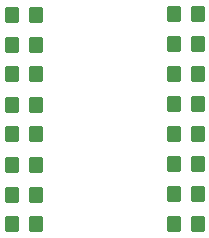
<source format=gbr>
%TF.GenerationSoftware,KiCad,Pcbnew,7.0.11*%
%TF.CreationDate,2024-05-08T00:17:06+03:00*%
%TF.ProjectId,rndip16,726e6469-7031-4362-9e6b-696361645f70,rev?*%
%TF.SameCoordinates,Original*%
%TF.FileFunction,Paste,Top*%
%TF.FilePolarity,Positive*%
%FSLAX46Y46*%
G04 Gerber Fmt 4.6, Leading zero omitted, Abs format (unit mm)*
G04 Created by KiCad (PCBNEW 7.0.11) date 2024-05-08 00:17:06*
%MOMM*%
%LPD*%
G01*
G04 APERTURE LIST*
G04 Aperture macros list*
%AMRoundRect*
0 Rectangle with rounded corners*
0 $1 Rounding radius*
0 $2 $3 $4 $5 $6 $7 $8 $9 X,Y pos of 4 corners*
0 Add a 4 corners polygon primitive as box body*
4,1,4,$2,$3,$4,$5,$6,$7,$8,$9,$2,$3,0*
0 Add four circle primitives for the rounded corners*
1,1,$1+$1,$2,$3*
1,1,$1+$1,$4,$5*
1,1,$1+$1,$6,$7*
1,1,$1+$1,$8,$9*
0 Add four rect primitives between the rounded corners*
20,1,$1+$1,$2,$3,$4,$5,0*
20,1,$1+$1,$4,$5,$6,$7,0*
20,1,$1+$1,$6,$7,$8,$9,0*
20,1,$1+$1,$8,$9,$2,$3,0*%
G04 Aperture macros list end*
%ADD10RoundRect,0.250000X-0.350000X-0.450000X0.350000X-0.450000X0.350000X0.450000X-0.350000X0.450000X0*%
G04 APERTURE END LIST*
D10*
%TO.C,R8*%
X58300000Y-65300000D03*
X60300000Y-65300000D03*
%TD*%
%TO.C,R18*%
X72005000Y-52585714D03*
X74005000Y-52585714D03*
%TD*%
%TO.C,R21*%
X72005000Y-60214285D03*
X74005000Y-60214285D03*
%TD*%
%TO.C,R3*%
X58300000Y-52600000D03*
X60300000Y-52600000D03*
%TD*%
%TO.C,R7*%
X58300000Y-62800000D03*
X60300000Y-62800000D03*
%TD*%
%TO.C,R23*%
X72005000Y-65300000D03*
X74005000Y-65300000D03*
%TD*%
%TO.C,R20*%
X72005000Y-57671428D03*
X74005000Y-57671428D03*
%TD*%
%TO.C,R16*%
X72005000Y-47500000D03*
X74005000Y-47500000D03*
%TD*%
%TO.C,R17*%
X72005000Y-50042857D03*
X74005000Y-50042857D03*
%TD*%
%TO.C,R4*%
X58300000Y-55200000D03*
X60300000Y-55200000D03*
%TD*%
%TO.C,R6*%
X58300000Y-60300000D03*
X60300000Y-60300000D03*
%TD*%
%TO.C,R1*%
X58300000Y-47600000D03*
X60300000Y-47600000D03*
%TD*%
%TO.C,R22*%
X72005000Y-62757142D03*
X74005000Y-62757142D03*
%TD*%
%TO.C,R2*%
X58300000Y-50100000D03*
X60300000Y-50100000D03*
%TD*%
%TO.C,R5*%
X58300000Y-57700000D03*
X60300000Y-57700000D03*
%TD*%
%TO.C,R19*%
X72005000Y-55128571D03*
X74005000Y-55128571D03*
%TD*%
M02*

</source>
